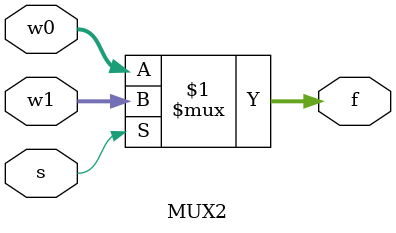
<source format=v>
module MUX2(input[7:0] w0, w1, input s, output[7:0] f);
	
	assign f = s ? w1 : w0;

endmodule

</source>
